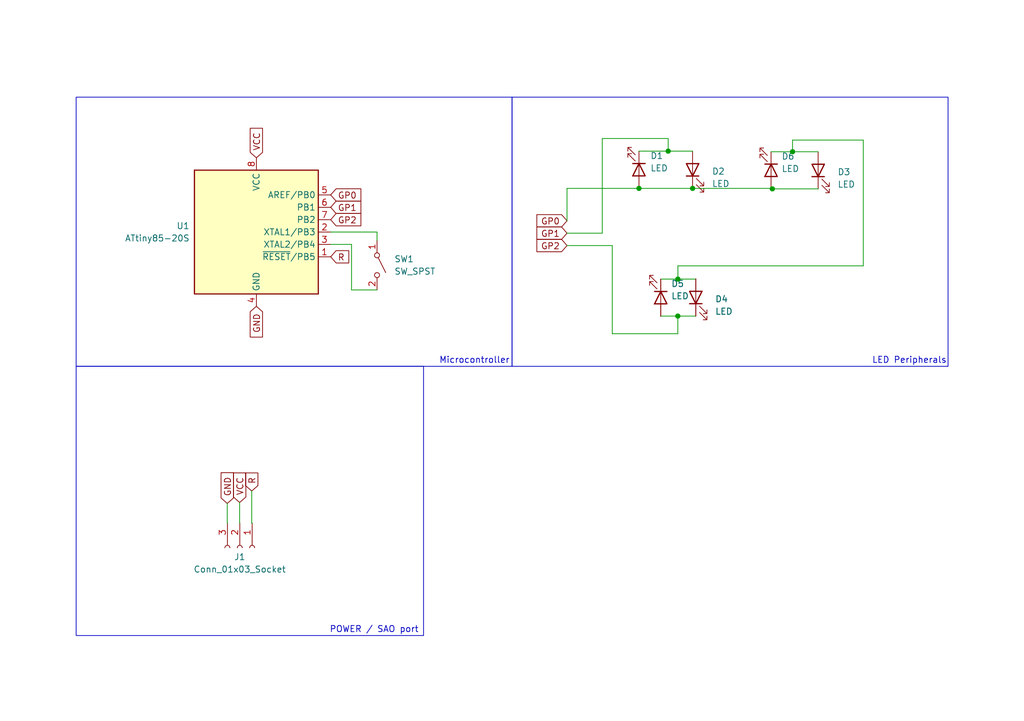
<source format=kicad_sch>
(kicad_sch (version 20230121) (generator eeschema)

  (uuid 2ee3466a-d144-420f-842d-76e32ccc6d77)

  (paper "A5")

  (title_block
    (title "SMD testing board and KiCad Badge")
    (date "8/ 5/2024")
    (company "Atul Ravi")
  )

  (lib_symbols
    (symbol "Connector:Conn_01x03_Socket" (pin_names (offset 1.016) hide) (in_bom yes) (on_board yes)
      (property "Reference" "J" (at 0 5.08 0)
        (effects (font (size 1.27 1.27)))
      )
      (property "Value" "Conn_01x03_Socket" (at 0 -5.08 0)
        (effects (font (size 1.27 1.27)))
      )
      (property "Footprint" "" (at 0 0 0)
        (effects (font (size 1.27 1.27)) hide)
      )
      (property "Datasheet" "~" (at 0 0 0)
        (effects (font (size 1.27 1.27)) hide)
      )
      (property "ki_locked" "" (at 0 0 0)
        (effects (font (size 1.27 1.27)))
      )
      (property "ki_keywords" "connector" (at 0 0 0)
        (effects (font (size 1.27 1.27)) hide)
      )
      (property "ki_description" "Generic connector, single row, 01x03, script generated" (at 0 0 0)
        (effects (font (size 1.27 1.27)) hide)
      )
      (property "ki_fp_filters" "Connector*:*_1x??_*" (at 0 0 0)
        (effects (font (size 1.27 1.27)) hide)
      )
      (symbol "Conn_01x03_Socket_1_1"
        (arc (start 0 -2.032) (mid -0.5058 -2.54) (end 0 -3.048)
          (stroke (width 0.1524) (type default))
          (fill (type none))
        )
        (polyline
          (pts
            (xy -1.27 -2.54)
            (xy -0.508 -2.54)
          )
          (stroke (width 0.1524) (type default))
          (fill (type none))
        )
        (polyline
          (pts
            (xy -1.27 0)
            (xy -0.508 0)
          )
          (stroke (width 0.1524) (type default))
          (fill (type none))
        )
        (polyline
          (pts
            (xy -1.27 2.54)
            (xy -0.508 2.54)
          )
          (stroke (width 0.1524) (type default))
          (fill (type none))
        )
        (arc (start 0 0.508) (mid -0.5058 0) (end 0 -0.508)
          (stroke (width 0.1524) (type default))
          (fill (type none))
        )
        (arc (start 0 3.048) (mid -0.5058 2.54) (end 0 2.032)
          (stroke (width 0.1524) (type default))
          (fill (type none))
        )
        (pin passive line (at -5.08 2.54 0) (length 3.81)
          (name "Pin_1" (effects (font (size 1.27 1.27))))
          (number "1" (effects (font (size 1.27 1.27))))
        )
        (pin passive line (at -5.08 0 0) (length 3.81)
          (name "Pin_2" (effects (font (size 1.27 1.27))))
          (number "2" (effects (font (size 1.27 1.27))))
        )
        (pin passive line (at -5.08 -2.54 0) (length 3.81)
          (name "Pin_3" (effects (font (size 1.27 1.27))))
          (number "3" (effects (font (size 1.27 1.27))))
        )
      )
    )
    (symbol "Device:LED" (pin_numbers hide) (pin_names (offset 1.016) hide) (in_bom yes) (on_board yes)
      (property "Reference" "D" (at 0 2.54 0)
        (effects (font (size 1.27 1.27)))
      )
      (property "Value" "LED" (at 0 -2.54 0)
        (effects (font (size 1.27 1.27)))
      )
      (property "Footprint" "" (at 0 0 0)
        (effects (font (size 1.27 1.27)) hide)
      )
      (property "Datasheet" "~" (at 0 0 0)
        (effects (font (size 1.27 1.27)) hide)
      )
      (property "ki_keywords" "LED diode" (at 0 0 0)
        (effects (font (size 1.27 1.27)) hide)
      )
      (property "ki_description" "Light emitting diode" (at 0 0 0)
        (effects (font (size 1.27 1.27)) hide)
      )
      (property "ki_fp_filters" "LED* LED_SMD:* LED_THT:*" (at 0 0 0)
        (effects (font (size 1.27 1.27)) hide)
      )
      (symbol "LED_0_1"
        (polyline
          (pts
            (xy -1.27 -1.27)
            (xy -1.27 1.27)
          )
          (stroke (width 0.254) (type default))
          (fill (type none))
        )
        (polyline
          (pts
            (xy -1.27 0)
            (xy 1.27 0)
          )
          (stroke (width 0) (type default))
          (fill (type none))
        )
        (polyline
          (pts
            (xy 1.27 -1.27)
            (xy 1.27 1.27)
            (xy -1.27 0)
            (xy 1.27 -1.27)
          )
          (stroke (width 0.254) (type default))
          (fill (type none))
        )
        (polyline
          (pts
            (xy -3.048 -0.762)
            (xy -4.572 -2.286)
            (xy -3.81 -2.286)
            (xy -4.572 -2.286)
            (xy -4.572 -1.524)
          )
          (stroke (width 0) (type default))
          (fill (type none))
        )
        (polyline
          (pts
            (xy -1.778 -0.762)
            (xy -3.302 -2.286)
            (xy -2.54 -2.286)
            (xy -3.302 -2.286)
            (xy -3.302 -1.524)
          )
          (stroke (width 0) (type default))
          (fill (type none))
        )
      )
      (symbol "LED_1_1"
        (pin passive line (at -3.81 0 0) (length 2.54)
          (name "K" (effects (font (size 1.27 1.27))))
          (number "1" (effects (font (size 1.27 1.27))))
        )
        (pin passive line (at 3.81 0 180) (length 2.54)
          (name "A" (effects (font (size 1.27 1.27))))
          (number "2" (effects (font (size 1.27 1.27))))
        )
      )
    )
    (symbol "MCU_Microchip_ATtiny:ATtiny85-20S" (in_bom yes) (on_board yes)
      (property "Reference" "U" (at -12.7 13.97 0)
        (effects (font (size 1.27 1.27)) (justify left bottom))
      )
      (property "Value" "ATtiny85-20S" (at 2.54 -13.97 0)
        (effects (font (size 1.27 1.27)) (justify left top))
      )
      (property "Footprint" "Package_SO:SOIC-8W_5.3x5.3mm_P1.27mm" (at 0 0 0)
        (effects (font (size 1.27 1.27) italic) hide)
      )
      (property "Datasheet" "http://ww1.microchip.com/downloads/en/DeviceDoc/atmel-2586-avr-8-bit-microcontroller-attiny25-attiny45-attiny85_datasheet.pdf" (at 0 0 0)
        (effects (font (size 1.27 1.27)) hide)
      )
      (property "ki_keywords" "AVR 8bit Microcontroller tinyAVR" (at 0 0 0)
        (effects (font (size 1.27 1.27)) hide)
      )
      (property "ki_description" "20MHz, 8kB Flash, 512B SRAM, 512B EEPROM, debugWIRE, SOIC-8W" (at 0 0 0)
        (effects (font (size 1.27 1.27)) hide)
      )
      (property "ki_fp_filters" "SOIC*5.3x5.3mm*P1.27mm*" (at 0 0 0)
        (effects (font (size 1.27 1.27)) hide)
      )
      (symbol "ATtiny85-20S_0_1"
        (rectangle (start -12.7 -12.7) (end 12.7 12.7)
          (stroke (width 0.254) (type default))
          (fill (type background))
        )
      )
      (symbol "ATtiny85-20S_1_1"
        (pin bidirectional line (at 15.24 -5.08 180) (length 2.54)
          (name "~{RESET}/PB5" (effects (font (size 1.27 1.27))))
          (number "1" (effects (font (size 1.27 1.27))))
        )
        (pin bidirectional line (at 15.24 0 180) (length 2.54)
          (name "XTAL1/PB3" (effects (font (size 1.27 1.27))))
          (number "2" (effects (font (size 1.27 1.27))))
        )
        (pin bidirectional line (at 15.24 -2.54 180) (length 2.54)
          (name "XTAL2/PB4" (effects (font (size 1.27 1.27))))
          (number "3" (effects (font (size 1.27 1.27))))
        )
        (pin power_in line (at 0 -15.24 90) (length 2.54)
          (name "GND" (effects (font (size 1.27 1.27))))
          (number "4" (effects (font (size 1.27 1.27))))
        )
        (pin bidirectional line (at 15.24 7.62 180) (length 2.54)
          (name "AREF/PB0" (effects (font (size 1.27 1.27))))
          (number "5" (effects (font (size 1.27 1.27))))
        )
        (pin bidirectional line (at 15.24 5.08 180) (length 2.54)
          (name "PB1" (effects (font (size 1.27 1.27))))
          (number "6" (effects (font (size 1.27 1.27))))
        )
        (pin bidirectional line (at 15.24 2.54 180) (length 2.54)
          (name "PB2" (effects (font (size 1.27 1.27))))
          (number "7" (effects (font (size 1.27 1.27))))
        )
        (pin power_in line (at 0 15.24 270) (length 2.54)
          (name "VCC" (effects (font (size 1.27 1.27))))
          (number "8" (effects (font (size 1.27 1.27))))
        )
      )
    )
    (symbol "Switch:SW_SPST" (pin_names (offset 0) hide) (in_bom yes) (on_board yes)
      (property "Reference" "SW" (at 0 3.175 0)
        (effects (font (size 1.27 1.27)))
      )
      (property "Value" "SW_SPST" (at 0 -2.54 0)
        (effects (font (size 1.27 1.27)))
      )
      (property "Footprint" "" (at 0 0 0)
        (effects (font (size 1.27 1.27)) hide)
      )
      (property "Datasheet" "~" (at 0 0 0)
        (effects (font (size 1.27 1.27)) hide)
      )
      (property "ki_keywords" "switch lever" (at 0 0 0)
        (effects (font (size 1.27 1.27)) hide)
      )
      (property "ki_description" "Single Pole Single Throw (SPST) switch" (at 0 0 0)
        (effects (font (size 1.27 1.27)) hide)
      )
      (symbol "SW_SPST_0_0"
        (circle (center -2.032 0) (radius 0.508)
          (stroke (width 0) (type default))
          (fill (type none))
        )
        (polyline
          (pts
            (xy -1.524 0.254)
            (xy 1.524 1.778)
          )
          (stroke (width 0) (type default))
          (fill (type none))
        )
        (circle (center 2.032 0) (radius 0.508)
          (stroke (width 0) (type default))
          (fill (type none))
        )
      )
      (symbol "SW_SPST_1_1"
        (pin passive line (at -5.08 0 0) (length 2.54)
          (name "A" (effects (font (size 1.27 1.27))))
          (number "1" (effects (font (size 1.27 1.27))))
        )
        (pin passive line (at 5.08 0 180) (length 2.54)
          (name "B" (effects (font (size 1.27 1.27))))
          (number "2" (effects (font (size 1.27 1.27))))
        )
      )
    )
  )

  (junction (at 162.5418 31.1401) (diameter 0) (color 0 0 0 0)
    (uuid 3b3e5eb6-38cf-406f-bb41-46940b4746ce)
  )
  (junction (at 158.3937 38.7601) (diameter 0) (color 0 0 0 0)
    (uuid 632a6ef1-c5c9-45b8-b219-b5475ba34d9d)
  )
  (junction (at 139.0221 57.277) (diameter 0) (color 0 0 0 0)
    (uuid 792aec56-60c5-4224-ad54-a2be7ebdbf7c)
  )
  (junction (at 139.0089 64.8677) (diameter 0) (color 0 0 0 0)
    (uuid ae407304-aa87-4055-a0ff-a0d51149dfa3)
  )
  (junction (at 137.037 31.0183) (diameter 0) (color 0 0 0 0)
    (uuid bba91425-f99a-408f-b609-e168f436dc45)
  )
  (junction (at 142.0396 38.6635) (diameter 0) (color 0 0 0 0)
    (uuid cabf8d81-c01a-481b-827e-ac7b8efb838c)
  )
  (junction (at 131.0437 38.6635) (diameter 0) (color 0 0 0 0)
    (uuid fee53e5d-8edb-41d9-9b05-495ef778b837)
  )

  (wire (pts (xy 142.0396 38.6635) (xy 158.3937 38.6635))
    (stroke (width 0) (type default))
    (uuid 0231d139-8845-4aeb-b8cf-fdd56db51e9e)
  )
  (wire (pts (xy 67.818 50.165) (xy 72.1007 50.165))
    (stroke (width 0) (type default))
    (uuid 07c38875-b1bc-4496-b54d-75b7d437ec1e)
  )
  (wire (pts (xy 142.0396 31.0183) (xy 142.0396 31.0435))
    (stroke (width 0) (type default))
    (uuid 0c984b24-5d53-4b8d-b15e-d8f362412dfd)
  )
  (wire (pts (xy 131.0437 38.6635) (xy 131.0437 38.6383))
    (stroke (width 0) (type default))
    (uuid 1691b8c2-23b5-4c5c-91e2-ae8109c6e849)
  )
  (wire (pts (xy 177.0481 28.7536) (xy 162.5418 28.7536))
    (stroke (width 0) (type default))
    (uuid 1ba12d14-00fe-4e70-81be-56b9e96048f8)
  )
  (wire (pts (xy 162.5418 31.1401) (xy 167.7935 31.1401))
    (stroke (width 0) (type default))
    (uuid 2949a458-27ca-4777-affb-6093fa5821e4)
  )
  (wire (pts (xy 139.0221 57.277) (xy 142.6925 57.277))
    (stroke (width 0) (type default))
    (uuid 2c187548-55da-4a48-a4e5-7fc9ca8a6a76)
  )
  (wire (pts (xy 158.1352 31.1401) (xy 162.5418 31.1401))
    (stroke (width 0) (type default))
    (uuid 2d5fd71e-f5be-4e81-94fc-b98aedc7e438)
  )
  (wire (pts (xy 158.3937 38.7601) (xy 167.7935 38.7601))
    (stroke (width 0) (type default))
    (uuid 30433b6f-5c66-454c-b185-bcae2c2db33a)
  )
  (wire (pts (xy 125.5696 50.3939) (xy 116.2856 50.3939))
    (stroke (width 0) (type default))
    (uuid 43ca84ac-9261-4069-8e33-e2d5df15e865)
  )
  (wire (pts (xy 167.7935 31.1401) (xy 167.7935 31.1689))
    (stroke (width 0) (type default))
    (uuid 44a69756-419b-40ad-8c01-af5969e9de75)
  )
  (wire (pts (xy 139.0089 64.8677) (xy 139.0089 68.4844))
    (stroke (width 0) (type default))
    (uuid 466546e5-85a0-4ea6-a5fa-b463316bc8c7)
  )
  (wire (pts (xy 51.6239 107.3447) (xy 51.718 107.3447))
    (stroke (width 0) (type default))
    (uuid 4921d083-2f48-4356-bf3e-dde879ad269c)
  )
  (wire (pts (xy 125.5696 68.4844) (xy 125.5696 50.3939))
    (stroke (width 0) (type default))
    (uuid 49ee3fbb-5901-4b0f-9b94-e4fa76023458)
  )
  (wire (pts (xy 123.5167 28.4331) (xy 123.5167 47.8539))
    (stroke (width 0) (type default))
    (uuid 4b82474f-55b0-467a-b08d-c6d6f0164f73)
  )
  (wire (pts (xy 67.818 47.625) (xy 77.3244 47.625))
    (stroke (width 0) (type default))
    (uuid 4e2c4af2-bb08-438b-bb16-502bed9737d7)
  )
  (wire (pts (xy 131.0437 38.6635) (xy 142.0396 38.6635))
    (stroke (width 0) (type default))
    (uuid 56826f83-7490-4cea-8f8c-df4f3ec3e5aa)
  )
  (wire (pts (xy 135.509 64.8677) (xy 135.509 64.897))
    (stroke (width 0) (type default))
    (uuid 781af56c-976b-4da1-9c75-34dfe1125c1e)
  )
  (wire (pts (xy 77.3244 47.625) (xy 77.3244 49.3485))
    (stroke (width 0) (type default))
    (uuid 7de59097-b4dc-442f-9043-f75c21c0264f)
  )
  (wire (pts (xy 158.1352 38.7601) (xy 158.3937 38.7601))
    (stroke (width 0) (type default))
    (uuid 7e6b76ab-b109-4859-a697-9feb000124ca)
  )
  (wire (pts (xy 135.509 57.277) (xy 139.0221 57.277))
    (stroke (width 0) (type default))
    (uuid 7e8e8893-2565-4bc3-a5d7-e22f4db59fef)
  )
  (wire (pts (xy 177.0481 54.5652) (xy 177.0481 28.7536))
    (stroke (width 0) (type default))
    (uuid 876507df-2748-4937-bf78-32d9d72a610c)
  )
  (wire (pts (xy 139.0221 57.277) (xy 139.0221 54.5652))
    (stroke (width 0) (type default))
    (uuid 8bf0a659-7e65-42e5-a72f-8561c35ab098)
  )
  (wire (pts (xy 46.6068 107.3447) (xy 46.638 107.3447))
    (stroke (width 0) (type default))
    (uuid 8d53e4ea-b27d-4e54-a9ac-e7735846056e)
  )
  (wire (pts (xy 142.6925 64.8677) (xy 139.0089 64.8677))
    (stroke (width 0) (type default))
    (uuid 90125817-e3d8-414f-9881-cd3364c40ec1)
  )
  (wire (pts (xy 158.3937 38.6635) (xy 158.3937 38.7601))
    (stroke (width 0) (type default))
    (uuid 90bdfd42-db01-48a9-9c35-71fec40095b8)
  )
  (wire (pts (xy 72.1007 50.165) (xy 72.1007 59.5085))
    (stroke (width 0) (type default))
    (uuid 9265d549-65a1-429d-b55e-fdceb3c82b60)
  )
  (wire (pts (xy 167.7935 38.7601) (xy 167.7935 38.7889))
    (stroke (width 0) (type default))
    (uuid 9a752ac7-1f77-4c10-ad52-10189014b434)
  )
  (wire (pts (xy 137.037 31.0183) (xy 142.0396 31.0183))
    (stroke (width 0) (type default))
    (uuid 9c149af6-9b45-4af7-a9a5-5b03d7535305)
  )
  (wire (pts (xy 46.6068 103.3185) (xy 46.6068 107.3447))
    (stroke (width 0) (type default))
    (uuid 9cfdb0e1-d8b8-4651-a9a6-2b28ce9e031e)
  )
  (wire (pts (xy 162.5418 28.7536) (xy 162.5418 31.1401))
    (stroke (width 0) (type default))
    (uuid a2bed345-1ac6-40ca-958b-f043afe7e0eb)
  )
  (wire (pts (xy 139.0089 68.4844) (xy 125.5696 68.4844))
    (stroke (width 0) (type default))
    (uuid a707c800-faf1-4a08-a985-914d0dac4171)
  )
  (wire (pts (xy 137.037 28.4331) (xy 123.5167 28.4331))
    (stroke (width 0) (type default))
    (uuid a9be73d5-dad8-4218-840b-413da3aeeb8c)
  )
  (wire (pts (xy 139.0221 54.5652) (xy 177.0481 54.5652))
    (stroke (width 0) (type default))
    (uuid afcaa905-76b8-44ee-8466-a505a004d0a8)
  )
  (wire (pts (xy 131.0437 31.0183) (xy 137.037 31.0183))
    (stroke (width 0) (type default))
    (uuid b70bd079-2387-4784-8afc-ebe2b4d46586)
  )
  (wire (pts (xy 49.149 103.124) (xy 49.149 107.3447))
    (stroke (width 0) (type default))
    (uuid bd3b4aaa-fac5-4559-9e62-45725e46a819)
  )
  (wire (pts (xy 51.6239 100.7692) (xy 51.6239 107.3447))
    (stroke (width 0) (type default))
    (uuid bfe78fa7-3785-4404-972d-d8dcc2414a5f)
  )
  (wire (pts (xy 139.0089 64.8677) (xy 135.509 64.8677))
    (stroke (width 0) (type default))
    (uuid c2c2c8d0-173a-447a-8985-49132501a13f)
  )
  (wire (pts (xy 49.149 107.3447) (xy 49.178 107.3447))
    (stroke (width 0) (type default))
    (uuid c3897b23-f4c7-464e-a1a0-f35e91904505)
  )
  (wire (pts (xy 142.6925 57.277) (xy 142.6925 57.2477))
    (stroke (width 0) (type default))
    (uuid d30f638f-a88d-4e0e-8737-fd6f89dae8f4)
  )
  (wire (pts (xy 116.2856 38.6635) (xy 116.2856 45.3139))
    (stroke (width 0) (type default))
    (uuid d44f9665-2627-4454-8dcf-33df5a57f66f)
  )
  (wire (pts (xy 137.037 31.0183) (xy 137.037 28.4331))
    (stroke (width 0) (type default))
    (uuid e63f9f84-34e3-4e2b-b63e-0ce3f9f30dfa)
  )
  (wire (pts (xy 116.2856 38.6635) (xy 131.0437 38.6635))
    (stroke (width 0) (type default))
    (uuid ebfa3f5c-779d-4b7a-9633-c000aeb4a08f)
  )
  (wire (pts (xy 123.5167 47.8539) (xy 116.2856 47.8539))
    (stroke (width 0) (type default))
    (uuid f3c6a544-e56c-472b-94ff-c51bdb03ccbe)
  )
  (wire (pts (xy 72.1007 59.5085) (xy 77.3244 59.5085))
    (stroke (width 0) (type default))
    (uuid fbb1460e-d008-4824-9f57-bb02a7dd0dc6)
  )

  (rectangle (start 15.621 75.184) (end 86.868 130.429)
    (stroke (width 0) (type default))
    (fill (type none))
    (uuid 42a369cf-cc4a-4f89-928a-20c8528261db)
  )
  (rectangle (start 105.029 19.939) (end 194.437 75.184)
    (stroke (width 0) (type default))
    (fill (type none))
    (uuid 5dec90f0-eaba-480b-af85-64585492c62d)
  )
  (rectangle (start 15.621 19.939) (end 105.029 75.184)
    (stroke (width 0) (type default))
    (fill (type none))
    (uuid b153b9c1-e84f-4339-8494-25261a905dec)
  )

  (text "Microcontroller\n" (at 90.043 74.803 0)
    (effects (font (size 1.27 1.27)) (justify left bottom))
    (uuid 441cd37c-2b46-4b44-9ca2-f42a9b756f25)
  )
  (text "POWER / SAO port\n" (at 67.564 130.048 0)
    (effects (font (size 1.27 1.27)) (justify left bottom))
    (uuid d3eb4f8c-9e76-45a2-83f8-69476c1e7f7c)
  )
  (text "LED Peripherals\n" (at 178.816 74.803 0)
    (effects (font (size 1.27 1.27)) (justify left bottom))
    (uuid e1dae80a-e929-4c99-808a-6cb1c7fc50c2)
  )

  (global_label "GND" (shape input) (at 46.6068 103.3185 90) (fields_autoplaced)
    (effects (font (size 1.27 1.27)) (justify left))
    (uuid 2ebd2750-b275-4b5e-acac-3e9dc32d1a7f)
    (property "Intersheetrefs" "${INTERSHEET_REFS}" (at 46.6068 96.4628 90)
      (effects (font (size 1.27 1.27)) (justify left) hide)
    )
  )
  (global_label "GP1" (shape input) (at 67.818 42.545 0) (fields_autoplaced)
    (effects (font (size 1.27 1.27)) (justify left))
    (uuid 35708254-c582-4f65-ba5f-8cfc6e55bde4)
    (property "Intersheetrefs" "${INTERSHEET_REFS}" (at 74.5527 42.545 0)
      (effects (font (size 1.27 1.27)) (justify left) hide)
    )
  )
  (global_label "VCC" (shape input) (at 52.578 32.385 90) (fields_autoplaced)
    (effects (font (size 1.27 1.27)) (justify left))
    (uuid 3bec6acf-c2e3-4f79-9f0e-301e65222f2d)
    (property "Intersheetrefs" "${INTERSHEET_REFS}" (at 52.578 25.7712 90)
      (effects (font (size 1.27 1.27)) (justify left) hide)
    )
  )
  (global_label "GND" (shape input) (at 52.578 62.865 270) (fields_autoplaced)
    (effects (font (size 1.27 1.27)) (justify right))
    (uuid 3e540176-e82d-40c4-922b-3928c521f864)
    (property "Intersheetrefs" "${INTERSHEET_REFS}" (at 52.578 69.7207 90)
      (effects (font (size 1.27 1.27)) (justify right) hide)
    )
  )
  (global_label "GP2" (shape input) (at 116.2856 50.3939 180) (fields_autoplaced)
    (effects (font (size 1.27 1.27)) (justify right))
    (uuid 4ed041b8-8116-477d-8a20-0361b7dde1b7)
    (property "Intersheetrefs" "${INTERSHEET_REFS}" (at 109.5509 50.3939 0)
      (effects (font (size 1.27 1.27)) (justify right) hide)
    )
  )
  (global_label "R" (shape input) (at 67.818 52.705 0) (fields_autoplaced)
    (effects (font (size 1.27 1.27)) (justify left))
    (uuid 7e6da6ea-9a73-4b7c-bf69-5b215f6acefa)
    (property "Intersheetrefs" "${INTERSHEET_REFS}" (at 72.0732 52.705 0)
      (effects (font (size 1.27 1.27)) (justify left) hide)
    )
  )
  (global_label "GP0" (shape input) (at 67.818 40.005 0) (fields_autoplaced)
    (effects (font (size 1.27 1.27)) (justify left))
    (uuid 86ab3871-f02b-400c-a17d-9712dc3d25d4)
    (property "Intersheetrefs" "${INTERSHEET_REFS}" (at 74.5527 40.005 0)
      (effects (font (size 1.27 1.27)) (justify left) hide)
    )
  )
  (global_label "R" (shape input) (at 51.6239 100.7692 90) (fields_autoplaced)
    (effects (font (size 1.27 1.27)) (justify left))
    (uuid 9c707534-12e2-4f63-9861-46d417a39cdc)
    (property "Intersheetrefs" "${INTERSHEET_REFS}" (at 51.6239 96.514 90)
      (effects (font (size 1.27 1.27)) (justify left) hide)
    )
  )
  (global_label "GP0" (shape input) (at 116.2856 45.3139 180) (fields_autoplaced)
    (effects (font (size 1.27 1.27)) (justify right))
    (uuid e15bb0e0-db88-4a8e-b0d1-1f9495906879)
    (property "Intersheetrefs" "${INTERSHEET_REFS}" (at 109.5509 45.3139 0)
      (effects (font (size 1.27 1.27)) (justify right) hide)
    )
  )
  (global_label "VCC" (shape input) (at 49.149 103.124 90) (fields_autoplaced)
    (effects (font (size 1.27 1.27)) (justify left))
    (uuid ebb4a957-a157-4a49-85d2-2c6ad6fae157)
    (property "Intersheetrefs" "${INTERSHEET_REFS}" (at 49.149 96.5102 90)
      (effects (font (size 1.27 1.27)) (justify left) hide)
    )
  )
  (global_label "GP2" (shape input) (at 67.818 45.085 0) (fields_autoplaced)
    (effects (font (size 1.27 1.27)) (justify left))
    (uuid fc12dbe8-e490-4784-9eb8-7d25dfcc1c52)
    (property "Intersheetrefs" "${INTERSHEET_REFS}" (at 74.5527 45.085 0)
      (effects (font (size 1.27 1.27)) (justify left) hide)
    )
  )
  (global_label "GP1" (shape input) (at 116.2856 47.8539 180) (fields_autoplaced)
    (effects (font (size 1.27 1.27)) (justify right))
    (uuid fd7f9110-07c6-467f-a641-bbdb122d2a2f)
    (property "Intersheetrefs" "${INTERSHEET_REFS}" (at 109.5509 47.8539 0)
      (effects (font (size 1.27 1.27)) (justify right) hide)
    )
  )

  (symbol (lib_id "Connector:Conn_01x03_Socket") (at 49.178 112.4247 270) (unit 1)
    (in_bom yes) (on_board yes) (dnp no) (fields_autoplaced)
    (uuid 13b901cd-393e-4821-ba75-5ab9709dbc82)
    (property "Reference" "J1" (at 49.178 114.3 90)
      (effects (font (size 1.27 1.27)))
    )
    (property "Value" "Conn_01x03_Socket" (at 49.178 116.84 90)
      (effects (font (size 1.27 1.27)))
    )
    (property "Footprint" "Connector_PinSocket_2.54mm:PinSocket_1x03_P2.54mm_Vertical" (at 49.178 112.4247 0)
      (effects (font (size 1.27 1.27)) hide)
    )
    (property "Datasheet" "~" (at 49.178 112.4247 0)
      (effects (font (size 1.27 1.27)) hide)
    )
    (pin "3" (uuid 294ad30d-a64b-4a7b-919f-963e6234778a))
    (pin "2" (uuid 9c8d69c7-f164-4f07-99cb-6fe5243f7f34))
    (pin "1" (uuid a6fa3287-0d27-4962-9b54-3cfa00dd6553))
    (instances
      (project "Ki-demo"
        (path "/2ee3466a-d144-420f-842d-76e32ccc6d77"
          (reference "J1") (unit 1)
        )
      )
    )
  )

  (symbol (lib_id "Device:LED") (at 135.509 61.087 270) (unit 1)
    (in_bom yes) (on_board yes) (dnp no) (fields_autoplaced)
    (uuid 1db53263-6be0-4885-a59f-bdd25ec67fba)
    (property "Reference" "D5" (at 137.6425 58.2295 90)
      (effects (font (size 1.27 1.27)) (justify left))
    )
    (property "Value" "LED" (at 137.6425 60.7695 90)
      (effects (font (size 1.27 1.27)) (justify left))
    )
    (property "Footprint" "LED_SMD:LED_0805_2012Metric" (at 135.509 61.087 0)
      (effects (font (size 1.27 1.27)) hide)
    )
    (property "Datasheet" "~" (at 135.509 61.087 0)
      (effects (font (size 1.27 1.27)) hide)
    )
    (pin "2" (uuid eb5fe00e-c893-4eb9-a86b-c312a7a23e3a))
    (pin "1" (uuid 67e271a0-59c8-45fe-9526-7497c8c83b0e))
    (instances
      (project "Ki-demo"
        (path "/2ee3466a-d144-420f-842d-76e32ccc6d77"
          (reference "D5") (unit 1)
        )
      )
    )
  )

  (symbol (lib_id "Device:LED") (at 158.1352 34.9501 270) (unit 1)
    (in_bom yes) (on_board yes) (dnp no) (fields_autoplaced)
    (uuid 6d51209a-faef-4962-8dcd-45fcd354aced)
    (property "Reference" "D6" (at 160.2687 32.0926 90)
      (effects (font (size 1.27 1.27)) (justify left))
    )
    (property "Value" "LED" (at 160.2687 34.6326 90)
      (effects (font (size 1.27 1.27)) (justify left))
    )
    (property "Footprint" "LED_SMD:LED_0805_2012Metric" (at 158.1352 34.9501 0)
      (effects (font (size 1.27 1.27)) hide)
    )
    (property "Datasheet" "~" (at 158.1352 34.9501 0)
      (effects (font (size 1.27 1.27)) hide)
    )
    (pin "2" (uuid bcd68148-e2ea-4f8c-b13c-d51b34610d61))
    (pin "1" (uuid f10cff40-17fb-4c82-81e8-3c8ba6c897fb))
    (instances
      (project "Ki-demo"
        (path "/2ee3466a-d144-420f-842d-76e32ccc6d77"
          (reference "D6") (unit 1)
        )
      )
    )
  )

  (symbol (lib_id "Device:LED") (at 142.6925 61.0577 90) (unit 1)
    (in_bom yes) (on_board yes) (dnp no) (fields_autoplaced)
    (uuid 907bb0f8-e14d-46d7-8b31-1f7707b233bb)
    (property "Reference" "D4" (at 146.6367 61.3752 90)
      (effects (font (size 1.27 1.27)) (justify right))
    )
    (property "Value" "LED" (at 146.6367 63.9152 90)
      (effects (font (size 1.27 1.27)) (justify right))
    )
    (property "Footprint" "LED_SMD:LED_0805_2012Metric" (at 142.6925 61.0577 0)
      (effects (font (size 1.27 1.27)) hide)
    )
    (property "Datasheet" "~" (at 142.6925 61.0577 0)
      (effects (font (size 1.27 1.27)) hide)
    )
    (pin "2" (uuid 98416212-437b-4b72-8459-3113873eb6bb))
    (pin "1" (uuid 0c793273-128d-4b04-9474-7923685445f4))
    (instances
      (project "Ki-demo"
        (path "/2ee3466a-d144-420f-842d-76e32ccc6d77"
          (reference "D4") (unit 1)
        )
      )
    )
  )

  (symbol (lib_id "Device:LED") (at 131.0437 34.8283 270) (unit 1)
    (in_bom yes) (on_board yes) (dnp no) (fields_autoplaced)
    (uuid aa83f208-382a-46a8-a2c0-b6e0ec0d2d67)
    (property "Reference" "D1" (at 133.35 31.9708 90)
      (effects (font (size 1.27 1.27)) (justify left))
    )
    (property "Value" "LED" (at 133.35 34.5108 90)
      (effects (font (size 1.27 1.27)) (justify left))
    )
    (property "Footprint" "LED_SMD:LED_0805_2012Metric" (at 131.0437 34.8283 0)
      (effects (font (size 1.27 1.27)) hide)
    )
    (property "Datasheet" "~" (at 131.0437 34.8283 0)
      (effects (font (size 1.27 1.27)) hide)
    )
    (pin "2" (uuid 4d72d0c8-7b42-402b-aa6a-92c7788b7f46))
    (pin "1" (uuid fd0bb0f3-101e-44bc-a830-c24de4d94984))
    (instances
      (project "Ki-demo"
        (path "/2ee3466a-d144-420f-842d-76e32ccc6d77"
          (reference "D1") (unit 1)
        )
      )
    )
  )

  (symbol (lib_id "Device:LED") (at 142.0396 34.8535 90) (unit 1)
    (in_bom yes) (on_board yes) (dnp no) (fields_autoplaced)
    (uuid b1151d92-088a-4d3e-88b6-96b92fcef12f)
    (property "Reference" "D2" (at 145.9838 35.171 90)
      (effects (font (size 1.27 1.27)) (justify right))
    )
    (property "Value" "LED" (at 145.9838 37.711 90)
      (effects (font (size 1.27 1.27)) (justify right))
    )
    (property "Footprint" "LED_SMD:LED_0805_2012Metric_Pad1.15x1.40mm_HandSolder" (at 142.0396 34.8535 0)
      (effects (font (size 1.27 1.27)) hide)
    )
    (property "Datasheet" "~" (at 142.0396 34.8535 0)
      (effects (font (size 1.27 1.27)) hide)
    )
    (pin "2" (uuid a7edd169-8ced-433c-801c-99234cf9ed56))
    (pin "1" (uuid 5c8a0c5c-6fb1-4a86-bdb2-921abd6df7c2))
    (instances
      (project "Ki-demo"
        (path "/2ee3466a-d144-420f-842d-76e32ccc6d77"
          (reference "D2") (unit 1)
        )
      )
    )
  )

  (symbol (lib_id "MCU_Microchip_ATtiny:ATtiny85-20S") (at 52.578 47.625 0) (unit 1)
    (in_bom yes) (on_board yes) (dnp no) (fields_autoplaced)
    (uuid c7a3486d-f3e3-49c1-b26a-28b548ca805b)
    (property "Reference" "U1" (at 38.9284 46.355 0)
      (effects (font (size 1.27 1.27)) (justify right))
    )
    (property "Value" "ATtiny85-20S" (at 38.9284 48.895 0)
      (effects (font (size 1.27 1.27)) (justify right))
    )
    (property "Footprint" "Package_SO:SOIC-8W_5.3x5.3mm_P1.27mm" (at 52.578 47.625 0)
      (effects (font (size 1.27 1.27) italic) hide)
    )
    (property "Datasheet" "http://ww1.microchip.com/downloads/en/DeviceDoc/atmel-2586-avr-8-bit-microcontroller-attiny25-attiny45-attiny85_datasheet.pdf" (at 52.578 47.625 0)
      (effects (font (size 1.27 1.27)) hide)
    )
    (pin "5" (uuid c606d0c7-d697-4b8d-9242-101d46c06c8e))
    (pin "3" (uuid 30c6c730-e1c0-46e1-9080-a4beeef58871))
    (pin "2" (uuid 8ecbd59a-81dd-45fa-a9a8-fc0e67188272))
    (pin "8" (uuid 5c40282d-99f0-44d0-9c17-cb26959c3d94))
    (pin "6" (uuid 4bd8bc5e-23f9-4291-b824-838593104b80))
    (pin "7" (uuid c2186b47-b532-4513-849d-3a2a97f42a62))
    (pin "1" (uuid e26a4fbc-fd8f-4d09-ae13-72f22def642a))
    (pin "4" (uuid df756135-15d9-4e60-b62c-73850b7ed681))
    (instances
      (project "Ki-demo"
        (path "/2ee3466a-d144-420f-842d-76e32ccc6d77"
          (reference "U1") (unit 1)
        )
      )
    )
  )

  (symbol (lib_id "Switch:SW_SPST") (at 77.3244 54.4285 270) (unit 1)
    (in_bom yes) (on_board yes) (dnp no) (fields_autoplaced)
    (uuid c8319204-9493-477a-ae9b-ad6d86f29d56)
    (property "Reference" "SW1" (at 80.8384 53.1585 90)
      (effects (font (size 1.27 1.27)) (justify left))
    )
    (property "Value" "SW_SPST" (at 80.8384 55.6985 90)
      (effects (font (size 1.27 1.27)) (justify left))
    )
    (property "Footprint" "Button_Switch_SMD:SW_SPST_TL3342" (at 77.3244 54.4285 0)
      (effects (font (size 1.27 1.27)) hide)
    )
    (property "Datasheet" "~" (at 77.3244 54.4285 0)
      (effects (font (size 1.27 1.27)) hide)
    )
    (pin "1" (uuid e09922a4-ede8-45df-bd7b-c3a252c1c448))
    (pin "2" (uuid 223ad9ee-7728-42be-bb62-44cc568ed5c9))
    (instances
      (project "Ki-demo"
        (path "/2ee3466a-d144-420f-842d-76e32ccc6d77"
          (reference "SW1") (unit 1)
        )
      )
    )
  )

  (symbol (lib_id "Device:LED") (at 167.7935 34.9789 90) (unit 1)
    (in_bom yes) (on_board yes) (dnp no) (fields_autoplaced)
    (uuid c9e2b23c-90b5-4fd4-8057-366a470d119c)
    (property "Reference" "D3" (at 171.7377 35.2964 90)
      (effects (font (size 1.27 1.27)) (justify right))
    )
    (property "Value" "LED" (at 171.7377 37.8364 90)
      (effects (font (size 1.27 1.27)) (justify right))
    )
    (property "Footprint" "LED_SMD:LED_0805_2012Metric" (at 167.7935 34.9789 0)
      (effects (font (size 1.27 1.27)) hide)
    )
    (property "Datasheet" "~" (at 167.7935 34.9789 0)
      (effects (font (size 1.27 1.27)) hide)
    )
    (pin "2" (uuid 1c505223-41d7-4a7e-8ef5-c56b9726a3f8))
    (pin "1" (uuid b0573bdc-e097-4e4a-b8b0-00ffeb4c7629))
    (instances
      (project "Ki-demo"
        (path "/2ee3466a-d144-420f-842d-76e32ccc6d77"
          (reference "D3") (unit 1)
        )
      )
    )
  )

  (sheet_instances
    (path "/" (page "1"))
  )
)

</source>
